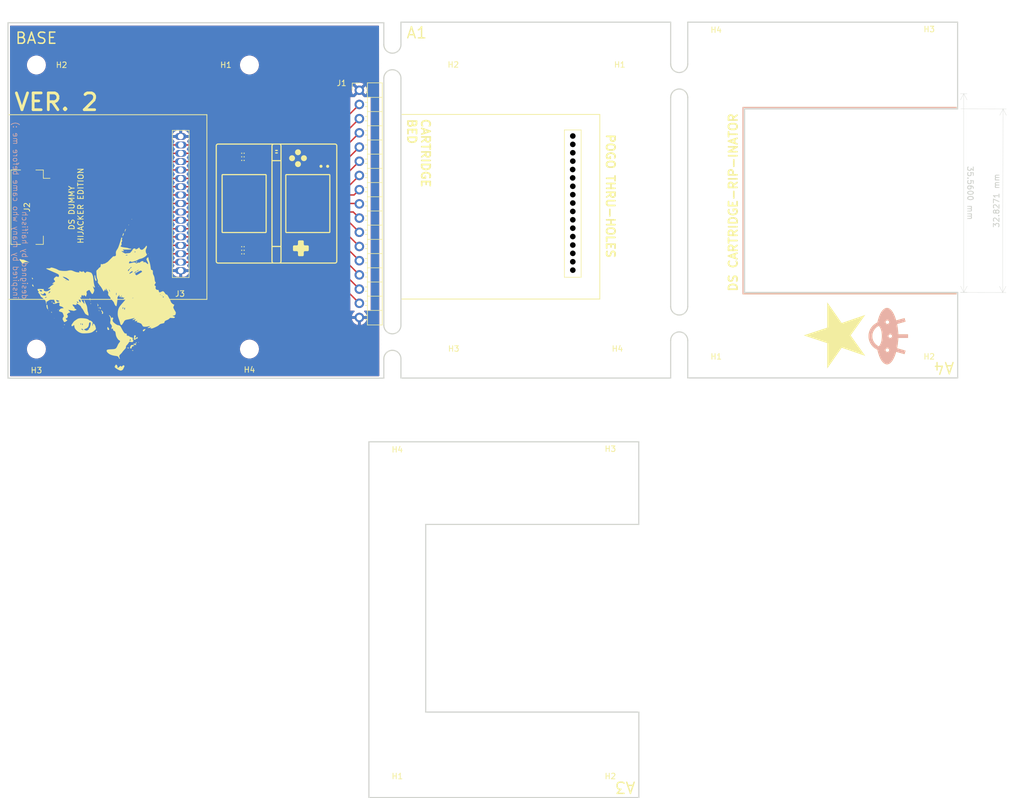
<source format=kicad_pcb>
(kicad_pcb (version 20211014) (generator pcbnew)
  (layers (0 "F.Cu" signal) (31 "B.Cu" signal) (34 "B.Paste" user) (35 "F.Paste" user) (36 "B.SilkS" user "B.Silkscreen") (37 "F.SilkS" user "F.Silkscreen") (38 "B.Mask" user) (39 "F.Mask" user) (44 "Edge.Cuts" user))
  (net 0 "")
  (net 1 "CLK")
  (net 2 "GND")
  (net 3 "NC")
  (net 4 "RCS")
  (net 5 "RST")
  (net 6 "ECS")
  (net 7 "IRQ")
  (net 8 "VCC")
  (net 9 "DAT0")
  (net 10 "DAT1")
  (net 11 "DAT2")
  (net 12 "DAT3")
  (net 13 "DAT4")
  (net 14 "DAT5")
  (net 15 "DAT6")
  (net 16 "DAT7")
  (footprint "Panelization:mouse-bite-3mm-slot" (layer "F.Cu") (at 217.932 73.914 90)
    (fp_text reference "mouse-bite-3mm-slot" hide)
    (fp_text value "VAL**" hide)
  )
  (footprint "MountingHole:MountingHole_2.7mm_M2.5" (layer "F.Cu") (at 205.613 100.203)
    (fp_text reference "H3")
    (fp_text value "MountingHole")
  )
  (footprint "MountingHole:MountingHole_2.7mm_M2.5" (layer "F.Cu") (at 262.636 25.1562)
    (fp_text reference "H3")
    (fp_text value "MountingHole")
  )
  (footprint "MountingHole:MountingHole_2.7mm_M2.5" (layer "F.Cu") (at 167.513 151.003)
    (fp_text reference "H1")
    (fp_text value "MountingHole")
  )
  (footprint "MountingHole:MountingHole_2.7mm_M2.5" (layer "F.Cu") (at 102.9716 27.6606 180)
    (fp_text reference "H2")
    (fp_text value "MountingHole")
  )
  (footprint "SIP-17" (layer "F.Cu") (at 198.898 52.373 -90)
    (fp_text reference "REF**" hide)
    (fp_text value "NO CONNECT HOLES")
  )
  (footprint "MountingHole:MountingHole_2.7mm_M2.5" (layer "F.Cu") (at 141.0716 78.4606 180)
    (fp_text reference "H4")
    (fp_text value "MountingHole")
  )
  (footprint "MountingHole:MountingHole_2.7mm_M2.5" (layer "F.Cu") (at 224.536 25.1562)
    (fp_text reference "H4")
    (fp_text value "MountingHole")
  )
  (footprint "Panelization:mouse-bite-3mm-slot" (layer "F.Cu") (at 217.932 30.48 90)
    (fp_text reference "mouse-bite-3mm-slot" hide)
    (fp_text value "VAL**" hide)
  )
  (footprint "MountingHole:MountingHole_2.7mm_M2.5" (layer "F.Cu") (at 173.244 78.408 180)
    (fp_text reference "H3")
    (fp_text value "MountingHole")
  )
  (footprint "MountingHole:MountingHole_2.7mm_M2.5" (layer "F.Cu") (at 224.536 75.9562)
    (fp_text reference "H1")
    (fp_text value "MountingHole")
  )
  (footprint "Symbol:pepper" (layer "F.Cu") (at 113.9444 68.7578)
    (fp_text reference "G***" hide)
    (fp_text value "LOGO" hide)
  )
  (footprint "Symbol:DS_ICON_FRONT" (layer "F.Cu") (at 145.91 52.44 90)
    (fp_text reference "REF**" hide)
    (fp_text value "DS_ICON_FRONT" hide)
  )
  (footprint "Panelization:mouse-bite-3mm-slot" (layer "F.Cu") (at 166.6494 27.0256 90)
    (fp_text reference "mouse-bite-3mm-slot" hide)
    (fp_text value "VAL**" hide)
  )
  (footprint "MountingHole:MountingHole_2.7mm_M2.5" (layer "F.Cu") (at 262.636 75.9562)
    (fp_text reference "H2")
    (fp_text value "MountingHole")
  )
  (footprint "MountingHole:MountingHole_2.7mm_M2.5" (layer "F.Cu") (at 211.344 78.408 180)
    (fp_text reference "H4")
    (fp_text value "MountingHole")
  )
  (footprint "MountingHole:MountingHole_2.7mm_M2.5" (layer "F.Cu") (at 173.244 27.608 180)
    (fp_text reference "H2")
    (fp_text value "MountingHole")
  )
  (footprint "MountingHole:MountingHole_2.7mm_M2.5" (layer "F.Cu") (at 141.0716 27.6606 180)
    (fp_text reference "H1")
    (fp_text value "MountingHole")
  )
  (footprint "Panelization:mouse-bite-3mm-slot" (layer "F.Cu") (at 166.6494 77.216 90)
    (fp_text reference "mouse-bite-3mm-slot" hide)
    (fp_text value "VAL**" hide)
  )
  (footprint "Connector_FFC-FPC:Hirose_FH12-20S-0.5SH_1x20-1MP_P0.50mm_Horizontal" (layer "F.Cu") (at 102.9056 53.086 -90)
    (fp_text reference "J2")
    (fp_text value "Conn_01x20")
  )
  (footprint "Connector_PinHeader_2.54mm:PinHeader_1x17_P2.54mm_Horizontal" (layer "F.Cu") (at 160.725 32.1768)
    (fp_text reference "J1")
    (fp_text value "Conn_01x17_MountingPin")
  )
  (footprint "MountingHole:MountingHole_2.7mm_M2.5" (layer "F.Cu") (at 205.613 151.003)
    (fp_text reference "H2")
    (fp_text value "MountingHole")
  )
  (footprint "MountingHole:MountingHole_2.7mm_M2.5" (layer "F.Cu") (at 167.513 100.203)
    (fp_text reference "H4")
    (fp_text value "MountingHole")
  )
  (footprint "TestPoint:SIP-17" (layer "F.Cu") (at 128.778 52.451 -90)
    (fp_text reference "J3")
    (fp_text value "DS_Cartridge_Header")
  )
  (footprint "MountingHole:MountingHole_2.7mm_M2.5" (layer "F.Cu") (at 211.344 27.608 180)
    (fp_text reference "H1")
    (fp_text value "MountingHole")
  )
  (footprint "MountingHole:MountingHole_2.7mm_M2.5" (layer "F.Cu") (at 102.9716 78.4606 180)
    (fp_text reference "H3")
    (fp_text value "MountingHole")
  )
  (gr_line (start 229.3366 68.58) (end 229.3366 35.2552) (layer "B.SilkS") (width 0.2))
  (gr_poly (pts (xy 251.788741 76.045245) (xy 251.794722 75.941885) (xy 251.804657 75.839222) (xy 251.818519 75.73734) (xy 251.836281 75.636323) (xy 251.857916 75.536255) (xy 251.883396 75.437222) (xy 251.912695 75.339308) (xy 251.945786 75.242596) (xy 251.982641 75.147173) (xy 252.023233 75.053121) (xy 252.067536 74.960526) (xy 252.115521 74.869472) (xy 252.167162 74.780043) (xy 252.222433 74.692325) (xy 252.281305 74.6064) (xy 252.334819 74.533972) (xy 252.390516 74.463562) (xy 252.448348 74.395207) (xy 252.508266 74.328941) (xy 252.570222 74.264802) (xy 252.634168 74.202825) (xy 252.700055 74.143047) (xy 252.767835 74.085504) (xy 252.83746 74.030232) (xy 252.908881 73.977266) (xy 252.98205 73.926644) (xy 253.056919 73.8784) (xy 253.13344 73.832572) (xy 253.211564 73.789196) (xy 253.291243 73.748307) (xy 253.372429 73.709941) (xy 253.415999 73.520643) (xy 253.444373 73.406892) (xy 253.477227 73.282648) (xy 253.514629 73.149594) (xy 253.556643 73.009411) (xy 253.603336 72.86378) (xy 253.654774 72.714385) (xy 253.713858 72.555663) (xy 253.77486 72.404961) (xy 253.837765 72.2623) (xy 253.902555 72.127701) (xy 253.969214 72.001188) (xy 254.037728 71.88278) (xy 254.10808 71.772499) (xy 254.180253 71.670368) (xy 254.254232 71.576407) (xy 254.330001 71.490638) (xy 254.368552 71.450832) (xy 254.407544 71.413082) (xy 254.446975 71.377392) (xy 254.486844 71.343762) (xy 254.527149 71.312197) (xy 254.567887 71.282699) (xy 254.609056 71.25527) (xy 254.650655 71.229913) (xy 254.692681 71.206632) (xy 254.735133 71.185428) (xy 254.778008 71.166304) (xy 254.821305 71.149264) (xy 254.85559 71.137513) (xy 254.892129 71.126845) (xy 254.930829 71.117576) (xy 254.971602 71.110018) (xy 255.014356 71.104488) (xy 255.059 71.101299) (xy 255.105445 71.100767) (xy 255.153598 71.103205) (xy 255.203371 71.108929) (xy 255.254671 71.118253) (xy 255.307409 71.131491) (xy 255.361494 71.148959) (xy 255.416835 71.17097) (xy 255.473342 71.19784) (xy 255.530924 71.229882) (xy 255.58949 71.267413) (xy 255.641543 71.305166) (xy 255.69245 71.346277) (xy 255.790825 71.437806) (xy 255.884611 71.540478) (xy 255.973804 71.652771) (xy 256.058402 71.773162) (xy 256.138401 71.90013) (xy 256.213799 72.032151) (xy 256.284592 72.167705) (xy 256.350776 72.305268) (xy 256.412349 72.443318) (xy 256.469308 72.580333) (xy 256.521649 72.714791) (xy 256.612466 72.969945) (xy 256.684775 73.196603) (xy 256.69572 73.233164) (xy 256.706493 73.269879) (xy 256.727671 73.343643) (xy 258.228167 72.92181) (xy 258.411395 73.555013) (xy 256.88611 73.983808) (xy 256.931702 74.210056) (xy 256.972509 74.438269) (xy 257.008455 74.667932) (xy 257.03946 74.898528) (xy 257.065446 75.129542) (xy 257.086336 75.360459) (xy 257.102052 75.590761) (xy 257.112514 75.819934) (xy 258.854859 75.819934) (xy 258.854859 76.47838) (xy 257.112514 76.47838) (xy 257.102058 76.707553) (xy 257.086347 76.937855) (xy 257.06546 77.168772) (xy 257.039474 77.399786) (xy 257.008469 77.630382) (xy 256.97252 77.860045) (xy 256.931708 78.088259) (xy 256.88611 78.314507) (xy 258.411395 78.743281) (xy 258.228167 79.376504) (xy 256.727671 78.954671) (xy 256.706503 79.028443) (xy 256.695738 79.065158) (xy 256.684795 79.101711) (xy 256.612492 79.328375) (xy 256.521676 79.583532) (xy 256.469334 79.71799) (xy 256.412374 79.855005) (xy 256.350799 79.993054) (xy 256.284612 80.130617) (xy 256.213818 80.266169) (xy 256.138419 80.398189) (xy 256.058418 80.525156) (xy 255.973819 80.645546) (xy 255.884625 80.757838) (xy 255.79084 80.860509) (xy 255.742227 80.907762) (xy 255.692467 80.952038) (xy 255.678243 80.963525) (xy 255.678243 76.469919) (xy 255.694986 76.469502) (xy 255.711509 76.468263) (xy 255.727791 76.466224) (xy 255.743813 76.463404) (xy 255.759554 76.459823) (xy 255.774994 76.455502) (xy 255.790111 76.45046) (xy 255.804886 76.444719) (xy 255.819298 76.438297) (xy 255.833327 76.431215) (xy 255.846952 76.423493) (xy 255.860153 76.415152) (xy 255.87291 76.406211) (xy 255.885201 76.396691) (xy 255.897007 76.386611) (xy 255.908306 76.375993) (xy 255.919079 76.364855) (xy 255.929306 76.353219) (xy 255.938965 76.341104) (xy 255.948036 76.328531) (xy 255.956499 76.315519) (xy 255.964334 76.302089) (xy 255.971519 76.28826) (xy 255.978035 76.274054) (xy 255.983861 76.25949) (xy 255.988976 76.244589) (xy 255.993361 76.22937) (xy 255.996994 76.213853) (xy 255.999855 76.198059) (xy 256.001924 76.182008) (xy 256.003181 76.165721) (xy 256.003604 76.149216) (xy 256.003181 76.132713) (xy 256.001924 76.116427) (xy 255.999855 76.100377) (xy 255.996994 76.084584) (xy 255.993361 76.069069) (xy 255.988976 76.05385) (xy 255.983861 76.038949) (xy 255.978035 76.024386) (xy 255.971519 76.01018) (xy 255.964334 75.996352) (xy 255.956499 75.982922) (xy 255.948036 75.96991) (xy 255.938965 75.957336) (xy 255.929306 75.945221) (xy 255.919079 75.933584) (xy 255.908306 75.922446) (xy 255.897007 75.911827) (xy 255.885201 75.901747) (xy 255.87291 75.892227) (xy 255.860153 75.883285) (xy 255.846952 75.874943) (xy 255.833327 75.867221) (xy 255.819298 75.860138) (xy 255.804886 75.853716) (xy 255.790111 75.847973) (xy 255.774994 75.842931) (xy 255.759554 75.83861) (xy 255.743813 75.835028) (xy 255.727791 75.832208) (xy 255.711509 75.830169) (xy 255.694986 75.82893) (xy 255.678243 75.828513) (xy 255.661501 75.82893) (xy 255.644978 75.830169) (xy 255.628695 75.832208) (xy 255.612673 75.835028) (xy 255.596933 75.83861) (xy 255.581493 75.842931) (xy 255.566376 75.847973) (xy 255.551601 75.853716) (xy 255.537189 75.860138) (xy 255.52316 75.867221) (xy 255.509535 75.874943) (xy 255.496334 75.883285) (xy 255.483577 75.892227) (xy 255.471286 75.901747) (xy 255.459481 75.911827) (xy 255.448181 75.922446) (xy 255.437408 75.933584) (xy 255.427181 75.945221) (xy 255.417522 75.957336) (xy 255.408451 75.96991) (xy 255.399988 75.982922) (xy 255.392153 75.996352) (xy 255.384968 76.01018) (xy 255.378452 76.024386) (xy 255.372627 76.038949) (xy 255.367511 76.05385) (xy 255.363127 76.069069) (xy 255.359494 76.084584) (xy 255.356632 76.100377) (xy 255.354563 76.116427) (xy 255.353307 76.132713) (xy 255.352883 76.149216) (xy 255.353307 76.165719) (xy 255.354563 76.182005) (xy 255.356632 76.198055) (xy 255.359494 76.213847) (xy 255.363127 76.229363) (xy 255.367511 76.244581) (xy 255.372627 76.259482) (xy 255.378452 76.274046) (xy 255.384968 76.288252) (xy 255.392153 76.30208) (xy 255.399988 76.31551) (xy 255.408451 76.328522) (xy 255.417522 76.341096) (xy 255.427181 76.353211) (xy 255.437408 76.364847) (xy 255.448181 76.375985) (xy 255.459481 76.386604) (xy 255.471286 76.396684) (xy 255.483577 76.406205) (xy 255.496334 76.415147) (xy 255.509535 76.423489) (xy 255.52316 76.431211) (xy 255.537189 76.438293) (xy 255.551601 76.444716) (xy 255.566376 76.450458) (xy 255.581493 76.4555) (xy 255.596933 76.459822) (xy 255.612673 76.463403) (xy 255.628695 76.466224) (xy 255.644978 76.468263) (xy 255.661501 76.469502) (xy 255.678243 76.469919) (xy 255.678243 80.963525) (xy 255.641561 80.993148) (xy 255.58951 81.030901) (xy 255.560107 81.050381) (xy 255.53094 81.068449) (xy 255.502019 81.085144) (xy 255.473355 81.100506) (xy 255.44496 81.114574) (xy 255.416846 81.127388) (xy 255.389023 81.138987) (xy 255.361503 81.14941) (xy 255.334296 81.158696) (xy 255.307416 81.166886) (xy 255.254676 81.180131) (xy 255.203374 81.189461) (xy 255.15765 81.194724) (xy 255.15765 78.971533) (xy 255.174393 78.971115) (xy 255.190915 78.969877) (xy 255.207198 78.967837) (xy 255.22322 78.965017) (xy 255.238961 78.961436) (xy 255.2544 78.957114) (xy 255.269518 78.952072) (xy 255.284293 78.946329) (xy 255.298705 78.939907) (xy 255.312734 78.932824) (xy 255.326359 78.925102) (xy 255.33956 78.91676) (xy 255.352316 78.907819) (xy 255.364608 78.898298) (xy 255.376413 78.888218) (xy 255.387713 78.877599) (xy 255.398486 78.866461) (xy 255.408713 78.854824) (xy 255.418372 78.842709) (xy 255.427443 78.830135) (xy 255.435906 78.817123) (xy 255.443741 78.803693) (xy 255.450926 78.789865) (xy 255.457442 78.775659) (xy 255.463267 78.761096) (xy 255.468383 78.746195) (xy 255.472767 78.730976) (xy 255.4764 78.715461) (xy 255.479262 78.699668) (xy 255.481331 78.683618) (xy 255.482587 78.667332) (xy 255.483011 78.650829) (xy 255.482587 78.634324) (xy 255.481331 78.618036) (xy 255.479262 78.601985) (xy 255.4764 78.586191) (xy 255.472767 78.570674) (xy 255.468383 78.555455) (xy 255.463267 78.540552) (xy 255.457442 78.525988) (xy 255.450926 78.511781) (xy 255.443741 78.497952) (xy 255.435906 78.484522) (xy 255.427443 78.471509) (xy 255.418372 78.458935) (xy 255.408713 78.44682) (xy 255.398486 78.435183) (xy 255.387713 78.424045) (xy 255.376413 78.413426) (xy 255.364608 78.403346) (xy 255.352316 78.393825) (xy 255.33956 78.384884) (xy 255.326359 78.376543) (xy 255.312734 78.368821) (xy 255.298705 78.361739) (xy 255.284293 78.355318) (xy 255.269518 78.349576) (xy 255.2544 78.344535) (xy 255.238961 78.340215) (xy 255.22322 78.336635) (xy 255.207198 78.333816) (xy 255.190915 78.331778) (xy 255.174393 78.330541) (xy 255.157651 78.330126) (xy 255.157651 73.968326) (xy 255.174393 73.967909) (xy 255.190916 73.96667) (xy 255.207199 73.964631) (xy 255.223221 73.96181) (xy 255.238961 73.958229) (xy 255.254401 73.953907) (xy 255.269518 73.948865) (xy 255.284293 73.943123) (xy 255.298705 73.9367) (xy 255.312734 73.929618) (xy 255.326359 73.921896) (xy 255.33956 73.913554) (xy 255.352317 73.904612) (xy 255.364608 73.895091) (xy 255.376413 73.885012) (xy 255.387713 73.874392) (xy 255.398486 73.863255) (xy 255.408713 73.851618) (xy 255.418372 73.839503) (xy 255.427443 73.826929) (xy 255.435906 73.813917) (xy 255.443741 73.800487) (xy 255.450926 73.786659) (xy 255.457442 73.772453) (xy 255.463267 73.75789) (xy 255.468383 73.742988) (xy 255.472767 73.72777) (xy 255.4764 73.712254) (xy 255.479262 73.696462) (xy 255.481331 73.680412) (xy 255.482587 73.664126) (xy 255.483011 73.647623) (xy 255.482587 73.63112) (xy 255.481331 73.614834) (xy 255.479262 73.598784) (xy 255.4764 73.582992) (xy 255.472767 73.567476) (xy 255.468383 73.552258) (xy 255.463267 73.537357) (xy 255.457442 73.522793) (xy 255.450926 73.508587) (xy 255.443741 73.494759) (xy 255.435906 73.481329) (xy 255.427443 73.468317) (xy 255.418372 73.455743) (xy 255.408713 73.443628) (xy 255.398486 73.431991) (xy 255.387713 73.420854) (xy 255.376413 73.410234) (xy 255.364608 73.400154) (xy 255.352317 73.390634) (xy 255.33956 73.381692) (xy 255.326359 73.37335) (xy 255.312734 73.365628) (xy 255.298705 73.358545) (xy 255.284293 73.352123) (xy 255.269518 73.346381) (xy 255.254401 73.341338) (xy 255.238961 73.337017) (xy 255.223221 73.333435) (xy 255.207199 73.330615) (xy 255.190916 73.328576) (xy 255.174393 73.327337) (xy 255.157651 73.32692) (xy 255.140906 73.327337) (xy 255.124382 73.328575) (xy 255.108098 73.330615) (xy 255.092074 73.333435) (xy 255.076332 73.337015) (xy 255.060891 73.341337) (xy 255.045772 73.346378) (xy 255.030996 73.35212) (xy 255.016583 73.358542) (xy 255.002553 73.365624) (xy 254.988927 73.373346) (xy 254.975726 73.381687) (xy 254.962969 73.390628) (xy 254.950677 73.400148) (xy 254.938871 73.410228) (xy 254.92757 73.420846) (xy 254.916797 73.431984) (xy 254.90657 73.44362) (xy 254.896911 73.455735) (xy 254.887839 73.468308) (xy 254.879376 73.48132) (xy 254.871541 73.49475) (xy 254.864355 73.508578) (xy 254.85784 73.522785) (xy 254.852014 73.537349) (xy 254.846898 73.55225) (xy 254.842514 73.567469) (xy 254.83888 73.582986) (xy 254.836019 73.59878) (xy 254.83395 73.61483) (xy 254.832693 73.631118) (xy 254.83227 73.647623) (xy 254.832693 73.664126) (xy 254.83395 73.680412) (xy 254.83602 73.696462) (xy 254.838881 73.712254) (xy 254.842515 73.72777) (xy 254.8469 73.742988) (xy 254.852016 73.75789) (xy 254.857842 73.772453) (xy 254.864359 73.786659) (xy 254.871545 73.800487) (xy 254.87938 73.813917) (xy 254.887844 73.826929) (xy 254.896916 73.839503) (xy 254.906576 73.851618) (xy 254.916804 73.863255) (xy 254.927578 73.874392) (xy 254.938878 73.885012) (xy 254.950685 73.895091) (xy 254.962977 73.904612) (xy 254.975734 73.913554) (xy 254.988936 73.921896) (xy 255.002562 73.929618) (xy 255.016592 73.9367) (xy 255.031005 73.943123) (xy 255.04578 73.948865) (xy 255.060898 73.953907) (xy 255.076338 73.958229) (xy 255.09208 73.96181) (xy 255.108102 73.964631) (xy 255.124385 73.96667) (xy 255.140908 73.967909) (xy 255.157651 73.968326) (xy 255.157651 78.330126) (xy 255.15765 78.330126) (xy 255.140906 78.330543) (xy 255.124381 78.331782) (xy 255.108097 78.333821) (xy 255.092073 78.336642) (xy 255.076331 78.340223) (xy 255.06089 78.344544) (xy 255.045772 78.349587) (xy 255.030996 78.355329) (xy 255.016582 78.361751) (xy 255.002553 78.368834) (xy 254.988927 78.376556) (xy 254.975725 78.384898) (xy 254.962968 78.39384) (xy 254.950676 78.40336) (xy 254.93887 78.41344) (xy 254.92757 78.42406) (xy 254.916796 78.435197) (xy 254.906569 78.446834) (xy 254.89691 78.458949) (xy 254.887838 78.471523) (xy 254.879375 78.484535) (xy 254.87154 78.497965) (xy 254.864355 78.511793) (xy 254.857839 78.525999) (xy 254.852013 78.540563) (xy 254.846897 78.555464) (xy 254.842513 78.570682) (xy 254.83888 78.586198) (xy 254.836018 78.60199) (xy 254.833949 78.61804) (xy 254.832693 78.634326) (xy 254.832269 78.650829) (xy 254.832693 78.667332) (xy 254.833949 78.683618) (xy 254.836018 78.699668) (xy 254.838879 78.715461) (xy 254.842512 78.730976) (xy 254.846896 78.746195) (xy 254.852011 78.761096) (xy 254.857836 78.775659) (xy 254.864351 78.789865) (xy 254.871536 78.803693) (xy 254.87937 78.817123) (xy 254.887833 78.830135) (xy 254.896904 78.842709) (xy 254.906563 78.854824) (xy 254.916789 78.866461) (xy 254.927562 78.877599) (xy 254.938862 78.888218) (xy 254.950668 78.898298) (xy 254.962959 78.907819) (xy 254.975716 78.91676) (xy 254.988918 78.925102) (xy 255.002544 78.932824) (xy 255.016574 78.939907) (xy 255.030987 78.946329) (xy 255.045764 78.952072) (xy 255.060883 78.957114) (xy 255.076324 78.961436) (xy 255.092068 78.965017) (xy 255.108092 78.967837) (xy 255.124378 78.969877) (xy 255.140904 78.971115) (xy 255.15765 78.971533) (xy 255.15765 81.194724) (xy 255.153601 81.19519) (xy 255.105446 81.197633) (xy 255.059001 81.197104) (xy 255.014356 81.193919) (xy 254.971602 81.188393) (xy 254.93083 81.180839) (xy 254.892129 81.171574) (xy 254.85559 81.160913) (xy 254.821305 81.149168) (xy 254.735137 81.113005) (xy 254.650662 81.06852) (xy 254.567896 81.015736) (xy 254.486856 80.954673) (xy 254.407557 80.885354) (xy 254.330015 80.8078) (xy 254.254247 80.722032) (xy 254.180268 80.628072) (xy 254.108094 80.525941) (xy 254.037742 80.415661) (xy 253.969227 80.297254) (xy 253.902566 80.170739) (xy 253.837774 80.03614) (xy 253.774867 79.893478) (xy 253.713862 79.742773) (xy 253.654774 79.584048) (xy 253.621422 79.487185) (xy 253.621422 77.976429) (xy 253.644497 77.954091) (xy 253.669068 77.928623) (xy 253.694935 77.899885) (xy 253.721899 77.867741) (xy 253.749759 77.832053) (xy 253.778316 77.792683) (xy 253.792793 77.771574) (xy 253.80737 77.749493) (xy 253.822021 77.726423) (xy 253.836721 77.702346) (xy 253.895767 77.594776) (xy 253.955087 77.465163) (xy 253.984065 77.39167) (xy 254.01217 77.312162) (xy 254.039088 77.226471) (xy 254.064506 77.134427) (xy 254.088108 77.035863) (xy 254.109582 76.930611) (xy 254.128613 76.818502) (xy 254.144888 76.699368) (xy 254.158093 76.57304) (xy 254.167914 76.439351) (xy 254.174036 76.298133) (xy 254.176147 76.149216) (xy 254.175076 76.042559) (xy 254.171932 75.939725) (xy 254.166817 75.840651) (xy 254.159833 75.745274) (xy 254.151083 75.653531) (xy 254.140669 75.565361) (xy 254.128694 75.480701) (xy 254.11526 75.399488) (xy 254.10047 75.321659) (xy 254.084425 75.247153) (xy 254.067229 75.175906) (xy 254.048983 75.107857) (xy 254.029791 75.042942) (xy 254.009754 74.981099) (xy 253.988975 74.922266) (xy 253.967557 74.86638) (xy 253.945601 74.813378) (xy 253.923211 74.763199) (xy 253.900488 74.71578) (xy 253.877535 74.671057) (xy 253.831349 74.589453) (xy 253.785472 74.517887) (xy 253.740724 74.455859) (xy 253.697923 74.402869) (xy 253.657889 74.358417) (xy 253.621441 74.322003) (xy 253.492254 74.389018) (xy 253.369065 74.464471) (xy 253.252197 74.547901) (xy 253.141971 74.638849) (xy 253.038711 74.736855) (xy 252.942739 74.841459) (xy 252.854377 74.952201) (xy 252.773947 75.068622) (xy 252.701773 75.190261) (xy 252.638176 75.316658) (xy 252.583478 75.447354) (xy 252.538002 75.581889) (xy 252.502071 75.719802) (xy 252.476007 75.860634) (xy 252.460132 76.003926) (xy 252.454769 76.149216) (xy 252.456117 76.222082) (xy 252.460132 76.294506) (xy 252.466776 76.36643) (xy 252.476006 76.437797) (xy 252.487785 76.50855) (xy 252.50207 76.57863) (xy 252.518821 76.64798) (xy 252.537999 76.716543) (xy 252.559563 76.784262) (xy 252.583473 76.851078) (xy 252.609689 76.916934) (xy 252.638169 76.981774) (xy 252.668875 77.045539) (xy 252.701765 77.108171) (xy 252.736799 77.169614) (xy 252.773937 77.22981) (xy 252.81314 77.288702) (xy 252.854365 77.346231) (xy 252.897574 77.40234) (xy 252.942725 77.456973) (xy 252.98978 77.510071) (xy 253.038696 77.561577) (xy 253.089434 77.611434) (xy 253.141955 77.659583) (xy 253.196216 77.705968) (xy 253.252179 77.750531) (xy 253.309802 77.793215) (xy 253.369046 77.833962) (xy 253.42987 77.872714) (xy 253.492235 77.909414) (xy 253.556098 77.944005) (xy 253.621422 77.976429) (xy 253.621422 79.487185) (xy 253.603336 79.434659) (xy 253.556643 79.289033) (xy 253.51463 79.148853) (xy 253.47723 79.015801) (xy 253.444378 78.891559) (xy 253.416008 78.777809) (xy 253.372449 78.588511) (xy 253.291256 78.550145) (xy 253.211572 78.509256) (xy 253.133443 78.46588) (xy 253.056919 78.420052) (xy 252.982048 78.371808) (xy 252.908877 78.321186) (xy 252.837455 78.268221) (xy 252.76783 78.212948) (xy 252.70005 78.155405) (xy 252.634163 78.095627) (xy 252.570219 78.03365) (xy 252.508264 77.969511) (xy 252.448346 77.903245) (xy 252.390515 77.83489) (xy 252.334819 77.76448) (xy 252.281305 77.692051) (xy 252.222429 77.60613) (xy 252.167157 77.518414) (xy 252.115514 77.428987) (xy 252.067527 77.337934) (xy 252.023224 77.245339) (xy 251.982632 77.151287) (xy 251.945778 77.055862) (xy 251.912688 76.959149) (xy 251.88339 76.861232) (xy 251.857911 76.762197) (xy 251.836277 76.662126) (xy 251.818516 76.561106) (xy 251.804655 76.459221) (xy 251.794721 76.356554) (xy 251.788741 76.253191) (xy 251.786741 76.149216)) (layer "B.SilkS") (width 0) (fill solid))
  (gr_line (start 229.3366 35.2552) (end 267.462 35.2552) (layer "B.SilkS") (width 0.2))
  (gr_line (start 267.462 68.58) (end 229.3366 68.58) (layer "B.SilkS") (width 0.2))
  (gr_line (start 133.4516 69.5706) (end 133.4516 36.5506) (layer "F.SilkS") (width 0.15))
  (gr_line (start 133.4516 36.5506) (end 98.044 36.5506) (layer "F.SilkS") (width 0.15))
  (gr_poly (pts (xy 244.3988 74.6252) (xy 244.3988 70.090242) (xy 246.989071 73.802346) (xy 251.198591 72.355075) (xy 248.589799 76.016908) (xy 251.198591 79.678741) (xy 246.989071 78.234117) (xy 244.3988 81.943574) (xy 244.3988 77.408616) (xy 240.189279 76.016908)) (layer "F.SilkS") (width 0) (fill solid))
  (gr_line (start 98.044 69.5706) (end 133.4516 69.5706) (layer "F.SilkS") (width 0.15))
  (gr_poly (pts (xy 251.788741 76.045245) (xy 251.794722 75.941885) (xy 251.804657 75.839222) (xy 251.818519 75.73734) (xy 251.836281 75.636323) (xy 251.857916 75.536255) (xy 251.883396 75.437222) (xy 251.912695 75.339308) (xy 251.945786 75.242596) (xy 251.982641 75.147173) (xy 252.023233 75.053121) (xy 252.067536 74.960526) (xy 252.115521 74.869472) (xy 252.167162 74.780043) (xy 252.222433 74.692325) (xy 252.281305 74.6064) (xy 252.334819 74.533972) (xy 252.390516 74.463562) (xy 252.448348 74.395207) (xy 252.508266 74.328941) (xy 252.570222 74.264802) (xy 252.634168 74.202825) (xy 252.700055 74.143047) (xy 252.767835 74.085504) (xy 252.83746 74.030232) (xy 252.908881 73.977266) (xy 252.98205 73.926644) (xy 253.056919 73.8784) (xy 253.13344 73.832572) (xy 253.211564 73.789196) (xy 253.291243 73.748307) (xy 253.372429 73.709941) (xy 253.415999 73.520643) (xy 253.444373 73.406892) (xy 253.477227 73.282648) (xy 253.514629 73.149594) (xy 253.556643 73.009411) (xy 253.603336 72.86378) (xy 253.654774 72.714385) (xy 253.713858 72.555663) (xy 253.77486 72.404961) (xy 253.837765 72.2623) (xy 253.902555 72.127701) (xy 253.969214 72.001188) (xy 254.037728 71.88278) (xy 254.10808 71.772499) (xy 254.180253 71.670368) (xy 254.254232 71.576407) (xy 254.330001 71.490638) (xy 254.368552 71.450832) (xy 254.407544 71.413082) (xy 254.446975 71.377392) (xy 254.486844 71.343762) (xy 254.527149 71.312197) (xy 254.567887 71.282699) (xy 254.609056 71.25527) (xy 254.650655 71.229913) (xy 254.692681 71.206632) (xy 254.735133 71.185428) (xy 254.778008 71.166304) (xy 254.821305 71.149264) (xy 254.85559 71.137513) (xy 254.892129 71.126845) (xy 254.930829 71.117576) (xy 254.971602 71.110018) (xy 255.014356 71.104488) (xy 255.059 71.101299) (xy 255.105445 71.100767) (xy 255.153598 71.103205) (xy 255.203371 71.108929) (xy 255.254671 71.118253) (xy 255.307409 71.131491) (xy 255.361494 71.148959) (xy 255.416835 71.17097) (xy 255.473342 71.19784) (xy 255.530924 71.229882) (xy 255.58949 71.267413) (xy 255.641543 71.305166) (xy 255.69245 71.346277) (xy 255.790825 71.437806) (xy 255.884611 71.540478) (xy 255.973804 71.652771) (xy 256.058402 71.773162) (xy 256.138401 71.90013) (xy 256.213799 72.032151) (xy 256.284592 72.167705) (xy 256.350776 72.305268) (xy 256.412349 72.443318) (xy 256.469308 72.580333) (xy 256.521649 72.714791) (xy 256.612466 72.969945) (xy 256.684775 73.196603) (xy 256.69572 73.233164) (xy 256.706493 73.269879) (xy 256.727671 73.343643) (xy 258.228167 72.92181) (xy 258.411395 73.555013) (xy 256.88611 73.983808) (xy 256.931702 74.210056) (xy 256.972509 74.438269) (xy 257.008455 74.667932) (xy 257.03946 74.898528) (xy 257.065446 75.129542) (xy 257.086336 75.360459) (xy 257.102052 75.590761) (xy 257.112514 75.819934) (xy 258.854859 75.819934) (xy 258.854859 76.47838) (xy 257.112514 76.47838) (xy 257.102058 76.707553) (xy 257.086347 76.937855) (xy 257.06546 77.168772) (xy 257.039474 77.399786) (xy 257.008469 77.630382) (xy 256.97252 77.860045) (xy 256.931708 78.088259) (xy 256.88611 78.314507) (xy 258.411395 78.743281) (xy 258.228167 79.376504) (xy 256.727671 78.954671) (xy 256.706503 79.028443) (xy 256.695738 79.065158) (xy 256.684795 79.101711) (xy 256.612492 79.328375) (xy 256.521676 79.583532) (xy 256.469334 79.71799) (xy 256.412374 79.855005) (xy 256.350799 79.993054) (xy 256.284612 80.130617) (xy 256.213818 80.266169) (xy 256.138419 80.398189) (xy 256.058418 80.525156) (xy 255.973819 80.645546) (xy 255.884625 80.757838) (xy 255.79084 80.860509) (xy 255.742227 80.907762) (xy 255.692467 80.952038) (xy 255.678243 80.963525) (xy 255.678243 76.469919) (xy 255.694986 76.469502) (xy 255.711509 76.468263) (xy 255.727791 76.466224) (xy 255.743813 76.463404) (xy 255.759554 76.459823) (xy 255.774994 76.455502) (xy 255.790111 76.45046) (xy 255.804886 76.444719) (xy 255.819298 76.438297) (xy 255.833327 76.431215) (xy 255.846952 76.423493) (xy 255.860153 76.415152) (xy 255.87291 76.406211) (xy 255.885201 76.396691) (xy 255.897007 76.386611) (xy 255.908306 76.375993) (xy 255.919079 76.364855) (xy 255.929306 76.353219) (xy 255.938965 76.341104) (xy 255.948036 76.328531) (xy 255.956499 76.315519) (xy 255.964334 76.302089) (xy 255.971519 76.28826) (xy 255.978035 76.274054) (xy 255.983861 76.25949) (xy 255.988976 76.244589) (xy 255.993361 76.22937) (xy 255.996994 76.213853) (xy 255.999855 76.198059) (xy 256.001924 76.182008) (xy 256.003181 76.165721) (xy 256.003604 76.149216) (xy 256.003181 76.132713) (xy 256.001924 76.116427) (xy 255.999855 76.100377) (xy 255.996994 76.084584) (xy 255.993361 76.069069) (xy 255.988976 76.05385) (xy 255.983861 76.038949) (xy 255.978035 76.024386) (xy 255.971519 76.01018) (xy 255.964334 75.996352) (xy 255.956499 75.982922) (xy 255.948036 75.96991) (xy 255.938965 75.957336) (xy 255.929306 75.945221) (xy 255.919079 75.933584) (xy 255.908306 75.922446) (xy 255.897007 75.911827) (xy 255.885201 75.901747) (xy 255.87291 75.892227) (xy 255.860153 75.883285) (xy 255.846952 75.874943) (xy 255.833327 75.867221) (xy 255.819298 75.860138) (xy 255.804886 75.853716) (xy 255.790111 75.847973) (xy 255.774994 75.842931) (xy 255.759554 75.83861) (xy 255.743813 75.835028) (xy 255.727791 75.832208) (xy 255.711509 75.830169) (xy 255.694986 75.82893) (xy 255.678243 75.828513) (xy 255.661501 75.82893) (xy 255.644978 75.830169) (xy 255.628695 75.832208) (xy 255.612673 75.835028) (xy 255.596933 75.83861) (xy 255.581493 75.842931) (xy 255.566376 75.847973) (xy 255.551601 75.853716) (xy 255.537189 75.860138) (xy 255.52316 75.867221) (xy 255.509535 75.874943) (xy 255.496334 75.883285) (xy 255.483577 75.892227) (xy 255.471286 75.901747) (xy 255.459481 75.911827) (xy 255.448181 75.922446) (xy 255.437408 75.933584) (xy 255.427181 75.945221) (xy 255.417522 75.957336) (xy 255.408451 75.96991) (xy 255.399988 75.982922) (xy 255.392153 75.996352) (xy 255.384968 76.01018) (xy 255.378452 76.024386) (xy 255.372627 76.038949) (xy 255.367511 76.05385) (xy 255.363127 76.069069) (xy 255.359494 76.084584) (xy 255.356632 76.100377) (xy 255.354563 76.116427) (xy 255.353307 76.132713) (xy 255.352883 76.149216) (xy 255.353307 76.165719) (xy 255.354563 76.182005) (xy 255.356632 76.198055) (xy 255.359494 76.213847) (xy 255.363127 76.229363) (xy 255.367511 76.244581) (xy 255.372627 76.259482) (xy 255.378452 76.274046) (xy 255.384968 76.288252) (xy 255.392153 76.30208) (xy 255.399988 76.31551) (xy 255.408451 76.328522) (xy 255.417522 76.341096) (xy 255.427181 76.353211) (xy 255.437408 76.364847) (xy 255.448181 76.375985) (xy 255.459481 76.386604) (xy 255.471286 76.396684) (xy 255.483577 76.406205) (xy 255.496334 76.415147) (xy 255.509535 76.423489) (xy 255.52316 76.431211) (xy 255.537189 76.438293) (xy 255.551601 76.444716) (xy 255.566376 76.450458) (xy 255.581493 76.4555) (xy 255.596933 76.459822) (xy 255.612673 76.463403) (xy 255.628695 76.466224) (xy 255.644978 76.468263) (xy 255.661501 76.469502) (xy 255.678243 76.469919) (xy 255.678243 80.963525) (xy 255.641561 80.993148) (xy 255.58951 81.030901) (xy 255.560107 81.050381) (xy 255.53094 81.068449) (xy 255.502019 81.085144) (xy 255.473355 81.100506) (xy 255.44496 81.114574) (xy 255.416846 81.127388) (xy 255.389023 81.138987) (xy 255.361503 81.14941) (xy 255.334296 81.158696) (xy 255.307416 81.166886) (xy 255.254676 81.180131) (xy 255.203374 81.189461) (xy 255.15765 81.194724) (xy 255.15765 78.971533) (xy 255.174393 78.971115) (xy 255.190915 78.969877) (xy 255.207198 78.967837) (xy 255.22322 78.965017) (xy 255.238961 78.961436) (xy 255.2544 78.957114) (xy 255.269518 78.952072) (xy 255.284293 78.946329) (xy 255.298705 78.939907) (xy 255.312734 78.932824) (xy 255.326359 78.925102) (xy 255.33956 78.91676) (xy 255.352316 78.907819) (xy 255.364608 78.898298) (xy 255.376413 78.888218) (xy 255.387713 78.877599) (xy 255.398486 78.866461) (xy 255.408713 78.854824) (xy 255.418372 78.842709) (xy 255.427443 78.830135) (xy 255.435906 78.817123) (xy 255.443741 78.803693) (xy 255.450926 78.789865) (xy 255.457442 78.775659) (xy 255.463267 78.761096) (xy 255.468383 78.746195) (xy 255.472767 78.730976) (xy 255.4764 78.715461) (xy 255.479262 78.699668) (xy 255.481331 78.683618) (xy 255.482587 78.667332) (xy 255.483011 78.650829) (xy 255.482587 78.634324) (xy 255.481331 78.618036) (xy 255.479262 78.601985) (xy 255.4764 78.586191) (xy 255.472767 78.570674) (xy 255.468383 78.555455) (xy 255.463267 78.540552) (xy 255.457442 78.525988) (xy 255.450926 78.511781) (xy 255.443741 78.497952) (xy 255.435906 78.484522) (xy 255.427443 78.471509) (xy 255.418372 78.458935) (xy 255.408713 78.44682) (xy 255.398486 78.435183) (xy 255.387713 78.424045) (xy 255.376413 78.413426) (xy 255.364608 78.403346) (xy 255.352316 78.393825) (xy 255.33956 78.384884) (xy 255.326359 78.376543) (xy 255.312734 78.368821) (xy 255.298705 78.361739) (xy 255.284293 78.355318) (xy 255.269518 78.349576) (xy 255.2544 78.344535) (xy 255.238961 78.340215) (xy 255.22322 78.336635) (xy 255.207198 78.333816) (xy 255.190915 78.331778) (xy 255.174393 78.330541) (xy 255.157651 78.330126) (xy 255.157651 73.968326) (xy 255.174393 73.967909) (xy 255.190916 73.96667) (xy 255.207199 73.964631) (xy 255.223221 73.96181) (xy 255.238961 73.958229) (xy 255.254401 73.953907) (xy 255.269518 73.948865) (xy 255.284293 73.943123) (xy 255.298705 73.9367) (xy 255.312734 73.929618) (xy 255.326359 73.921896) (xy 255.33956 73.913554) (xy 255.352317 73.904612) (xy 255.364608 73.895091) (xy 255.376413 73.885012) (xy 255.387713 73.874392) (xy 255.398486 73.863255) (xy 255.408713 73.851618) (xy 255.418372 73.839503) (xy 255.427443 73.826929) (xy 255.435906 73.813917) (xy 255.443741 73.800487) (xy 255.450926 73.786659) (xy 255.457442 73.772453) (xy 255.463267 73.75789) (xy 255.468383 73.742988) (xy 255.472767 73.72777) (xy 255.4764 73.712254) (xy 255.479262 73.696462) (xy 255.481331 73.680412) (xy 255.482587 73.664126) (xy 255.483011 73.647623) (xy 255.482587 73.63112) (xy 255.481331 73.614834) (xy 255.479262 73.598784) (xy 255.4764 73.582992) (xy 255.472767 73.567476) (xy 255.468383 73.552258) (xy 255.463267 73.537357) (xy 255.457442 73.522793) (xy 255.450926 73.508587) (xy 255.443741 73.494759) (xy 255.435906 73.481329) (xy 255.427443 73.468317) (xy 255.418372 73.455743) (xy 255.408713 73.443628) (xy 255.398486 73.431991) (xy 255.387713 73.420854) (xy 255.376413 73.410234) (xy 255.364608 73.400154) (xy 255.352317 73.390634) (xy 255.33956 73.381692) (xy 255.326359 73.37335) (xy 255.312734 73.365628) (xy 255.298705 73.358545) (xy 255.284293 73.352123) (xy 255.269518 73.346381) (xy 255.254401 73.341338) (xy 255.238961 73.337017) (xy 255.223221 73.333435) (xy 255.207199 73.330615) (xy 255.190916 73.328576) (xy 255.174393 73.327337) (xy 255.157651 73.32692) (xy 255.140906 73.327337) (xy 255.124382 73.328575) (xy 255.108098 73.330615) (xy 255.092074 73.333435) (xy 255.076332 73.337015) (xy 255.060891 73.341337) (xy 255.045772 73.346378) (xy 255.030996 73.35212) (xy 255.016583 73.358542) (xy 255.002553 73.365624) (xy 254.988927 73.373346) (xy 254.975726 73.381687) (xy 254.962969 73.390628) (xy 254.950677 73.400148) (xy 254.938871 73.410228) (xy 254.92757 73.420846) (xy 254.916797 73.431984) (xy 254.90657 73.44362) (xy 254.896911 73.455735) (xy 254.887839 73.468308) (xy 254.879376 73.48132) (xy 254.871541 73.49475) (xy 254.864355 73.508578) (xy 254.85784 73.522785) (xy 254.852014 73.537349) (xy 254.846898 73.55225) (xy 254.842514 73.567469) (xy 254.83888 73.582986) (xy 254.836019 73.59878) (xy 254.83395 73.61483) (xy 254.832693 73.631118) (xy 254.83227 73.647623) (xy 254.832693 73.664126) (xy 254.83395 73.680412) (xy 254.83602 73.696462) (xy 254.838881 73.712254) (xy 254.842515 73.72777) (xy 254.8469 73.742988) (xy 254.852016 73.75789) (xy 254.857842 73.772453) (xy 254.864359 73.786659) (xy 254.871545 73.800487) (xy 254.87938 73.813917) (xy 254.887844 73.826929) (xy 254.896916 73.839503) (xy 254.906576 73.851618) (xy 254.916804 73.863255) (xy 254.927578 73.874392) (xy 254.938878 73.885012) (xy 254.950685 73.895091) (xy 254.962977 73.904612) (xy 254.975734 73.913554) (xy 254.988936 73.921896) (xy 255.002562 73.929618) (xy 255.016592 73.9367) (xy 255.031005 73.943123) (xy 255.04578 73.948865) (xy 255.060898 73.953907) (xy 255.076338 73.958229) (xy 255.09208 73.96181) (xy 255.108102 73.964631) (xy 255.124385 73.96667) (xy 255.140908 73.967909) (xy 255.157651 73.968326) (xy 255.157651 78.330126) (xy 255.15765 78.330126) (xy 255.140906 78.330543) (xy 255.124381 78.331782) (xy 255.108097 78.333821) (xy 255.092073 78.336642) (xy 255.076331 78.340223) (xy 255.06089 78.344544) (xy 255.045772 78.349587) (xy 255.030996 78.355329) (xy 255.016582 78.361751) (xy 255.002553 78.368834) (xy 254.988927 78.376556) (xy 254.975725 78.384898) (xy 254.962968 78.39384) (xy 254.950676 78.40336) (xy 254.93887 78.41344) (xy 254.92757 78.42406) (xy 254.916796 78.435197) (xy 254.906569 78.446834) (xy 254.89691 78.458949) (xy 254.887838 78.471523) (xy 254.879375 78.484535) (xy 254.87154 78.497965) (xy 254.864355 78.511793) (xy 254.857839 78.525999) (xy 254.852013 78.540563) (xy 254.846897 78.555464) (xy 254.842513 78.570682) (xy 254.83888 78.586198) (xy 254.836018 78.60199) (xy 254.833949 78.61804) (xy 254.832693 78.634326) (xy 254.832269 78.650829) (xy 254.832693 78.667332) (xy 254.833949 78.683618) (xy 254.836018 78.699668) (xy 254.838879 78.715461) (xy 254.842512 78.730976) (xy 254.846896 78.746195) (xy 254.852011 78.761096) (xy 254.857836 78.775659) (xy 254.864351 78.789865) (xy 254.871536 78.803693) (xy 254.87937 78.817123) (xy 254.887833 78.830135) (xy 254.896904 78.842709) (xy 254.906563 78.854824) (xy 254.916789 78.866461) (xy 254.927562 78.877599) (xy 254.938862 78.888218) (xy 254.950668 78.898298) (xy 254.962959 78.907819) (xy 254.975716 78.91676) (xy 254.988918 78.925102) (xy 255.002544 78.932824) (xy 255.016574 78.939907) (xy 255.030987 78.946329) (xy 255.045764 78.952072) (xy 255.060883 78.957114) (xy 255.076324 78.961436) (xy 255.092068 78.965017) (xy 255.108092 78.967837) (xy 255.124378 78.969877) (xy 255.140904 78.971115) (xy 255.15765 78.971533) (xy 255.15765 81.194724) (xy 255.153601 81.19519) (xy 255.105446 81.197633) (xy 255.059001 81.197104) (xy 255.014356 81.193919) (xy 254.971602 81.188393) (xy 254.93083 81.180839) (xy 254.892129 81.171574) (xy 254.85559 81.160913) (xy 254.821305 81.149168) (xy 254.735137 81.113005) (xy 254.650662 81.06852) (xy 254.567896 81.015736) (xy 254.486856 80.954673) (xy 254.407557 80.885354) (xy 254.330015 80.8078) (xy 254.254247 80.722032) (xy 254.180268 80.628072) (xy 254.108094 80.525941) (xy 254.037742 80.415661) (xy 253.969227 80.297254) (xy 253.902566 80.170739) (xy 253.837774 80.03614) (xy 253.774867 79.893478) (xy 253.713862 79.742773) (xy 253.654774 79.584048) (xy 253.621422 79.487185) (xy 253.621422 77.976429) (xy 253.644497 77.954091) (xy 253.669068 77.928623) (xy 253.694935 77.899885) (xy 253.721899 77.867741) (xy 253.749759 77.832053) (xy 253.778316 77.792683) (xy 253.792793 77.771574) (xy 253.80737 77.749493) (xy 253.822021 77.726423) (xy 253.836721 77.702346) (xy 253.895767 77.594776) (xy 253.955087 77.465163) (xy 253.984065 77.39167) (xy 254.01217 77.312162) (xy 254.039088 77.226471) (xy 254.064506 77.134427) (xy 254.088108 77.035863) (xy 254.109582 76.930611) (xy 254.128613 76.818502) (xy 254.144888 76.699368) (xy 254.158093 76.57304) (xy 254.167914 76.439351) (xy 254.174036 76.298133) (xy 254.176147 76.149216) (xy 254.175076 76.042559) (xy 254.171932 75.939725) (xy 254.166817 75.840651) (xy 254.159833 75.745274) (xy 254.151083 75.653531) (xy 254.140669 75.565361) (xy 254.128694 75.480701) (xy 254.11526 75.399488) (xy 254.10047 75.321659) (xy 254.084425 75.247153) (xy 254.067229 75.175906) (xy 254.048983 75.107857) (xy 254.029791 75.042942) (xy 254.009754 74.981099) (xy 253.988975 74.922266) (xy 253.967557 74.86638) (xy 253.945601 74.813378) (xy 253.923211 74.763199) (xy 253.900488 74.71578) (xy 253.877535 74.671057) (xy 253.831349 74.589453) (xy 253.785472 74.517887) (xy 253.740724 74.455859) (xy 253.697923 74.402869) (xy 253.657889 74.358417) (xy 253.621441 74.322003) (xy 253.492254 74.389018) (xy 253.369065 74.464471) (xy 253.252197 74.547901) (xy 253.141971 74.638849) (xy 253.038711 74.736855) (xy 252.942739 74.841459) (xy 252.854377 74.952201) (xy 252.773947 75.068622) (xy 252.701773 75.190261) (xy 252.638176 75.316658) (xy 252.583478 75.447354) (xy 252.538002 75.581889) (xy 252.502071 75.719802) (xy 252.476007 75.860634) (xy 252.460132 76.003926) (xy 252.454769 76.149216) (xy 252.456117 76.222082) (xy 252.460132 76.294506) (xy 252.466776 76.36643) (xy 252.476006 76.437797) (xy 252.487785 76.50855) (xy 252.50207 76.57863) (xy 252.518821 76.64798) (xy 252.537999 76.716543) (xy 252.559563 76.784262) (xy 252.583473 76.851078) (xy 252.609689 76.916934) (xy 252.638169 76.981774) (xy 252.668875 77.045539) (xy 252.701765 77.108171) (xy 252.736799 77.169614) (xy 252.773937 77.22981) (xy 252.81314 77.288702) (xy 252.854365 77.346231) (xy 252.897574 77.40234) (xy 252.942725 77.456973) (xy 252.98978 77.510071) (xy 253.038696 77.561577) (xy 253.089434 77.611434) (xy 253.141955 77.659583) (xy 253.196216 77.705968) (xy 253.252179 77.750531) (xy 253.309802 77.793215) (xy 253.369046 77.833962) (xy 253.42987 77.872714) (xy 253.492235 77.909414) (xy 253.556098 77.944005) (xy 253.621422 77.976429) (xy 253.621422 79.487185) (xy 253.603336 79.434659) (xy 253.556643 79.289033) (xy 253.51463 79.148853) (xy 253.47723 79.015801) (xy 253.444378 78.891559) (xy 253.416008 78.777809) (xy 253.372449 78.588511) (xy 253.291256 78.550145) (xy 253.211572 78.509256) (xy 253.133443 78.46588) (xy 253.056919 78.420052) (xy 252.982048 78.371808) (xy 252.908877 78.321186) (xy 252.837455 78.268221) (xy 252.76783 78.212948) (xy 252.70005 78.155405) (xy 252.634163 78.095627) (xy 252.570219 78.03365) (xy 252.508264 77.969511) (xy 252.448346 77.903245) (xy 252.390515 77.83489) (xy 252.334819 77.76448) (xy 252.281305 77.692051) (xy 252.222429 77.60613) (xy 252.167157 77.518414) (xy 252.115514 77.428987) (xy 252.067527 77.337934) (xy 252.023224 77.245339) (xy 251.982632 77.151287) (xy 251.945778 77.055862) (xy 251.912688 76.959149) (xy 251.88339 76.861232) (xy 251.857911 76.762197) (xy 251.836277 76.662126) (xy 251.818516 76.561106) (xy 251.804655 76.459221) (xy 251.794721 76.356554) (xy 251.788741 76.253191) (xy 251.786741 76.149216)) (layer "F.SilkS") (width 0) (fill solid))
  (gr_line (start 229.3366 35.2552) (end 267.4874 35.2552) (layer "F.SilkS") (width 0.2))
  (gr_line (start 203.724 69.518) (end 203.724 36.498) (layer "F.SilkS") (width 0.15))
  (gr_line (start 203.724 36.498) (end 168.291 36.498) (layer "F.SilkS") (width 0.15))
  (gr_line (start 229.3366 68.58) (end 229.3366 35.2552) (layer "F.SilkS") (width 0.2))
  (gr_line (start 267.462 68.58) (end 229.3366 68.58) (layer "F.SilkS") (width 0.2))
  (gr_line (start 168.291 69.518) (end 203.724 69.518) (layer "F.SilkS") (width 0.15))
  (gr_line (start 162.433 95.0468) (end 162.433 158.6738) (layer "Edge.Cuts") (width 0.2))
  (gr_line (start 210.693 95.0468) (end 210.693 109.823) (layer "Edge.Cuts") (width 0.2))
  (gr_arc (start 165.1 30.0228) (mid 166.632 28.4908) (end 168.164 30.0228) (layer "Edge.Cuts") (width 0.2))
  (gr_arc (start 219.456 27.4828) (mid 217.928 29.0108) (end 216.4 27.4828) (layer "Edge.Cuts") (width 0.2))
  (gr_line (start 267.716 20) (end 219.456 20) (layer "Edge.Cuts") (width 0.2))
  (gr_line (start 219.456 33.4772) (end 219.456 70.849103) (layer "Edge.Cuts") (width 0.2))
  (gr_line (start 165.1 80.2386) (end 165.1 83.6676) (layer "Edge.Cuts") (width 0.2))
  (gr_line (start 229.616 35.5092) (end 229.616 68.3362) (layer "Edge.Cuts") (width 0.2))
  (gr_arc (start 216.4 76.9112) (mid 217.940698 75.395898) (end 219.456 76.936596) (layer "Edge.Cuts") (width 0.2))
  (gr_line (start 165.1 20.1016) (end 97.8916 20.1016) (layer "Edge.Cuts") (width 0.2))
  (gr_line (start 267.716 35.5092) (end 229.616 35.5092) (layer "Edge.Cuts") (width 0.2))
  (gr_line (start 172.593 143.383) (end 210.708 143.383) (layer "Edge.Cuts") (width 0.2))
  (gr_line (start 210.693 109.823) (end 172.593 109.823) (layer "Edge.Cuts") (width 0.2))
  (gr_arc (start 216.4 33.4772) (mid 217.928 31.9492) (end 219.456 33.4772) (layer "Edge.Cuts") (width 0.2))
  (gr_line (start 168.164 20) (end 168.164 24.0284) (layer "Edge.Cuts") (width 0.2))
  (gr_line (start 97.8916 83.6676) (end 165.1 83.6676) (layer "Edge.Cuts") (width 0.2))
  (gr_line (start 219.456 20) (end 219.456 27.4828) (layer "Edge.Cuts") (width 0.2))
  (gr_line (start 210.708 143.383) (end 210.708 158.6738) (layer "Edge.Cuts") (width 0.2))
  (gr_line (start 229.616 68.3362) (end 267.731 68.3362) (layer "Edge.Cuts") (width 0.2))
  (gr_line (start 216.4 20) (end 216.4 27.4828) (layer "Edge.Cuts") (width 0.2))
  (gr_arc (start 168.164 74.2188) (mid 166.632 75.7508) (end 165.1 74.2188) (layer "Edge.Cuts") (width 0.2))
  (gr_line (start 267.716 20) (end 267.716 35.5092) (layer "Edge.Cuts") (width 0.2))
  (gr_line (start 219.456 83.627) (end 267.731 83.627) (layer "Edge.Cuts") (width 0.2))
  (gr_line (start 168.164 30.0228) (end 168.164 74.2188) (layer "Edge.Cuts") (width 0.2))
  (gr_line (start 267.731 68.3362) (end 267.731 83.627) (layer "Edge.Cuts") (width 0.2))
  (gr_line (start 162.433 158.6738) (end 210.708 158.6738) (layer "Edge.Cuts") (width 0.2))
  (gr_line (start 210.693 95.0468) (end 162.433 95.0468) (layer "Edge.Cuts") (width 0.2))
  (gr_line (start 216.4 20) (end 168.164 20) (layer "Edge.Cuts") (width 0.2))
  (gr_arc (start 165.1 80.2386) (mid 166.632438 78.681417) (end 168.164 80.239461) (layer "Edge.Cuts") (width 0.2))
  (gr_arc (start 168.164 24.0284) (mid 166.632 25.5604) (end 165.1 24.0284) (layer "Edge.Cuts") (width 0.2))
  (gr_line (start 168.164 83.647) (end 168.164 80.239461) (layer "Edge.Cuts") (width 0.2))
  (gr_line (start 216.4 83.647) (end 216.4 76.9112) (layer "Edge.Cuts") (width 0.2))
  (gr_line (start 219.456 83.627) (end 219.456 76.936596) (layer "Edge.Cuts") (width 0.2))
  (gr_line (start 165.1 20.1016) (end 165.1 24.0284) (layer "Edge.Cuts") (width 0.2))
  (gr_line (start 216.4 70.874308) (end 216.4 33.4772) (layer "Edge.Cuts") (width 0.2))
  (gr_line (start 97.8916 20.1016) (end 97.8916 83.6676) (layer "Edge.Cuts") (width 0.2))
  (gr_arc (start 219.456 70.849103) (mid 217.940603 72.389706) (end 216.4 70.874308) (layer "Edge.Cuts") (width 0.2))
  (gr_line (start 172.593 109.823) (end 172.593 143.383) (layer "Edge.Cuts") (width 0.2))
  (gr_line (start 168.164 83.647) (end 216.4 83.647) (layer "Edge.Cuts") (width 0.2))
  (gr_line (start 165.1 74.2188) (end 165.1 30.0228) (layer "Edge.Cuts") (width 0.2))
  (gr_text "designed by haifisch\ninspired by many who came before me :)" (at 100.076 69.596 270) (layer "B.SilkS") (effects (font (size 1 1) (thickness 0.1)) (justify left mirror)))
  (gr_text "A4" (at 265.2776 81.788 -180) (layer "F.SilkS") (effects (font (size 2 2) (thickness 0.25))))
  (gr_text "VER. 2" (at 106.5276 34.29) (layer "F.SilkS") (effects (font (size 3 3) (thickness 0.5))))
  (gr_text "POGO THRU-HOLES" (at 205.629 51.103 -90) (layer "F.SilkS") (effects (font (size 1.5 1.5) (thickness 0.3))))
  (gr_text "A3" (at 208.2546 156.8348 -180) (layer "F.SilkS") (effects (font (size 2 2) (thickness 0.25))))
  (gr_text "CARTRIDGE \nBED" (at 171.339 37.133 -90) (layer "F.SilkS") (effects (font (size 1.524 1.524) (thickness 0.3)) (justify left)))
  (gr_text "A1" (at 170.9928 21.8948) (layer "F.SilkS") (effects (font (size 2 2) (thickness 0.25))))
  (gr_text "BASE" (at 102.9462 22.86) (layer "F.SilkS") (effects (font (size 2 2) (thickness 0.25))))
  (gr_text "DS DUMMY \nHIJACKER EDITION" (at 110.0836 52.832 90) (layer "F.SilkS") (effects (font (size 1 1))))
  (gr_text "DS CARTRIDGE-RIP-INATOR" (at 227.584 68.326 90) (layer "F.SilkS") (effects (font (size 1.524 1.524) (thickness 0.3)) (justify left)))
  (dimension (type aligned) (layer "Edge.Cuts") (pts (xy 267.731 68.3362) (xy 267.7922 35.5092)) (height 8.052164) (gr_text "32.8271 mm" (at 274.663752 51.935568 89.89318251) (layer "Edge.Cuts") (effects (font (size 1 1) (thickness 0.15)))) (format (units 3) (units_format 1) (precision 4)) (style (thickness 0.05) (arrow_length 1.27) (text_position_mode 0) (extension_height 0.58642) (extension_offset 0.5) keep_text_aligned))
  (dimension (type aligned) (layer "Edge.Cuts") (pts (xy 267.716 32.7762) (xy 267.731 68.3362)) (height -1.102604) (gr_text "35.5600 mm" (at 269.976104 50.55525 270.0241686) (layer "Edge.Cuts") (effects (font (size 1 1) (thickness 0.15)))) (format (units 3) (units_format 1) (precision 4)) (style (thickness 0.05) (arrow_length 1.27) (text_position_mode 0) (extension_height 0.58642) (extension_offset 0.5) keep_text_aligned))
  (segment (start 153.481 41.9608) (end 128.8034 41.9608) (width 0.25) (layer "F.Cu") (net 1))
  (segment (start 160.725 34.7168) (end 153.481 41.9608) (width 0.25) (layer "F.Cu") (net 1))
  (segment (start 116.9832 49.336) (end 124.3584 41.9608) (width 0.25) (layer "F.Cu") (net 1))
  (segment (start 124.3584 41.9608) (end 128.8034 41.9608) (width 0.25) (layer "F.Cu") (net 1))
  (segment (start 104.7556 49.336) (end 116.9832 49.336) (width 0.25) (layer "F.Cu") (net 1))
  (segment (start 117.7024 49.836) (end 124.079 43.4594) (width 0.25) (layer "F.Cu") (net 3))
  (segment (start 154.5224 43.4594) (end 128.8034 43.4594) (width 0.25) (layer "F.Cu") (net 3))
  (segment (start 124.079 43.4594) (end 128.8034 43.4594) (width 0.25) (layer "F.Cu") (net 3))
  (segment (start 104.7556 49.836) (end 117.7024 49.836) (width 0.25) (layer "F.Cu") (net 3))
  (segment (start 160.725 37.2568) (end 154.5224 43.4594) (width 0.25) (layer "F.Cu") (net 3))
  (segment (start 124.0028 44.9072) (end 124.0282 44.9326) (width 0.25) (layer "F.Cu") (net 4))
  (segment (start 155.5892 44.9326) (end 128.778 44.9326) (width 0.25) (layer "F.Cu") (net 4))
  (segment (start 118.574 50.336) (end 124.0028 44.9072) (width 0.25) (layer "F.Cu") (net 4))
  (segment (start 104.7556 50.336) (end 118.574 50.336) (width 0.25) (layer "F.Cu") (net 4))
  (segment (start 160.725 39.7968) (end 155.5892 44.9326) (width 0.25) (layer "F.Cu") (net 4))
  (segment (start 124.0282 44.9326) (end 128.778 44.9326) (width 0.25) (layer "F.Cu") (net 4))
  (segment (start 160.725 42.3368) (end 156.6306 46.4312) (width 0.25) (layer "F.Cu") (net 5))
  (segment (start 156.6306 46.4312) (end 128.778 46.4312) (width 0.25) (layer "F.Cu") (net 5))
  (segment (start 124.1044 46.4312) (end 128.778 46.4312) (width 0.25) (layer "F.Cu") (net 5))
  (segment (start 119.6996 50.836) (end 124.1044 46.4312) (width 0.25) (layer "F.Cu") (net 5))
  (segment (start 104.7556 50.836) (end 119.6996 50.836) (width 0.25) (layer "F.Cu") (net 5))
  (segment (start 120.9268 51.336) (end 124.3076 47.9552) (width 0.25) (layer "F.Cu") (net 6))
  (segment (start 104.7556 51.336) (end 120.9268 51.336) (width 0.25) (layer "F.Cu") (net 6))
  (segment (start 160.725 44.8768) (end 157.6466 47.9552) (width 0.25) (layer "F.Cu") (net 6))
  (segment (start 157.6466 47.9552) (end 128.778 47.9552) (width 0.25) (layer "F.Cu") (net 6))
  (segment (start 124.3076 47.9552) (end 128.778 47.9552) (width 0.25) (layer "F.Cu") (net 6))
  (segment (start 160.725 47.4168) (end 158.7134 49.4284) (width 0.25) (layer "F.Cu") (net 7))
  (segment (start 158.7134 49.4284) (end 128.778 49.4284) (width 0.25) (layer "F.Cu") (net 7))
  (segment (start 124.3076 49.4284) (end 128.778 49.4284) (width 0.25) (layer "F.Cu") (net 7))
  (segment (start 104.7556 51.836) (end 121.9 51.836) (width 0.25) (layer "F.Cu") (net 7))
  (segment (start 121.9 51.836) (end 124.3076 49.4284) (width 0.25) (layer "F.Cu") (net 7))
  (segment (start 160.725 49.9568) (end 159.7802 50.9016) (width 0.25) (layer "F.Cu") (net 8))
  (segment (start 104.7556 52.336) (end 122.2636 52.336) (width 0.25) (layer "F.Cu") (net 8))
  (segment (start 159.7802 50.9016) (end 128.778 50.9016) (width 0.25) (layer "F.Cu") (net 8))
  (segment (start 123.698 50.9016) (end 128.778 50.9016) (width 0.25) (layer "F.Cu") (net 8))
  (segment (start 122.2636 52.336) (end 123.698 50.9016) (width 0.25) (layer "F.Cu") (net 8))
  (segment (start 123.7996 52.4256) (end 128.778 52.4256) (width 0.25) (layer "F.Cu") (net 9))
  (segment (start 128.778 52.4256) (end 160.6538 52.4256) (width 0.25) (layer "F.Cu") (net 9))
  (segment (start 104.7556 52.836) (end 123.3892 52.836) (width 0.25) (layer "F.Cu") (net 9))
  (segment (start 123.3892 52.836) (end 123.7996 52.4256) (width 0.25) (layer "F.Cu") (net 9))
  (segment (start 160.6538 52.4256) (end 160.725 52.4968) (width 0.25) (layer "F.Cu") (net 9))
  (segment (start 123.9012 53.9496) (end 128.778 53.9496) (width 0.25) (layer "F.Cu") (net 10))
  (segment (start 123.2876 53.336) (end 123.9012 53.9496) (width 0.25) (layer "F.Cu") (net 10))
  (segment (start 159.6378 53.9496) (end 128.778 53.9496) (width 0.25) (layer "F.Cu") (net 10))
  (segment (start 104.7556 53.336) (end 123.2876 53.336) (width 0.25) (layer "F.Cu") (net 10))
  (segment (start 160.725 55.0368) (end 159.6378 53.9496) (width 0.25) (layer "F.Cu") (net 10))
  (segment (start 104.7556 53.836) (end 122.8732 53.836) (width 0.25) (layer "F.Cu") (net 11))
  (segment (start 124.46 55.4228) (end 128.778 55.4228) (width 0.25) (layer "F.Cu") (net 11))
  (segment (start 122.8732 53.836) (end 124.46 55.4228) (width 0.25) (layer "F.Cu") (net 11))
  (segment (start 160.725 57.5768) (end 158.571 55.4228) (width 0.25) (layer "F.Cu") (net 11))
  (segment (start 158.571 55.4228) (end 128.778 55.4228) (width 0.25) (layer "F.Cu") (net 11))
  (segment (start 160.725 60.1168) (end 157.555 56.9468) (width 0.25) (layer "F.Cu") (net 12))
  (segment (start 157.555 56.9468) (end 128.778 56.9468) (width 0.25) (layer "F.Cu") (net 12))
  (segment (start 124.46 56.9468) (end 128.778 56.9468) (width 0.25) (layer "F.Cu") (net 12))
  (segment (start 121.8492 54.336) (end 124.46 56.9468) (width 0.25) (layer "F.Cu") (net 12))
  (segment (start 104.7556 54.336) (end 121.8492 54.336) (width 0.25) (layer "F.Cu") (net 12))
  (segment (start 120.9268 54.836) (end 124.4854 58.3946) (width 0.25) (layer "F.Cu") (net 13))
  (segment (start 104.7556 54.836) (end 120.9268 54.836) (width 0.25) (layer "F.Cu") (net 13))
  (segment (start 160.725 62.6568) (end 156.4628 58.3946) (width 0.25) (layer "F.Cu") (net 13))
  (segment (start 124.4854 58.3946) (end 128.778 58.3946) (width 0.25) (layer "F.Cu") (net 13))
  (segment (start 156.4628 58.3946) (end 128.778 58.3946) (width 0.25) (layer "F.Cu") (net 13))
  (segment (start 119.9028 55.336) (end 124.4854 59.9186) (width 0.25) (layer "F.Cu") (net 14))
  (segment (start 155.4468 59.9186) (end 128.778 59.9186) (width 0.25) (layer "F.Cu") (net 14))
  (segment (start 160.725 65.1968) (end 155.4468 59.9186) (width 0.25) (layer "F.Cu") (net 14))
  (segment (start 104.7556 55.336) (end 119.9028 55.336) (width 0.25) (layer "F.Cu") (net 14))
  (segment (start 124.4854 59.9186) (end 128.778 59.9186) (width 0.25) (layer "F.Cu") (net 14))
  (segment (start 124.46 61.4172) (end 128.778 61.4172) (width 0.25) (layer "F.Cu") (net 15))
  (segment (start 104.7556 55.836) (end 118.8788 55.836) (width 0.25) (layer "F.Cu") (net 15))
  (segment (start 154.4054 61.4172) (end 128.778 61.4172) (width 0.25) (layer "F.Cu") (net 15))
  (segment (start 160.725 67.7368) (end 154.4054 61.4172) (width 0.25) (layer "F.Cu") (net 15))
  (segment (start 118.8788 55.836) (end 124.46 61.4172) (width 0.25) (layer "F.Cu") (net 15))
  (segment (start 124.841 62.9158) (end 118.2612 56.336) (width 0.25) (layer "F.Cu") (net 16))
  (segment (start 128.778 62.9158) (end 124.841 62.9158) (width 0.25) (layer "F.Cu") (net 16))
  (segment (start 153.364 62.9158) (end 128.778 62.9158) (width 0.25) (layer "F.Cu") (net 16))
  (segment (start 118.2612 56.336) (end 104.7556 56.336) (width 0.25) (layer "F.Cu") (net 16))
  (segment (start 160.725 70.2768) (end 153.364 62.9158) (width 0.25) (layer "F.Cu") (net 16))
  (zone (net 2) (net_name "GND") (layers F&B.Cu) (name "GNDPLANE") (connect_pads thru_hole_only (clearance 0.35)) (min_thickness 0.2) (fill yes (thermal_gap 0.508) (thermal_bridge_width 0.508))
    (polygon (pts (xy 164.29096 83.363341) (xy 98.0948 83.362813) (xy 98.094799 20.624793) (xy 164.240159 20.625321)))
  )
  (zone (net 0) (net_name "") (layers F&B.Cu) (connect_pads (clearance 0)) (min_thickness 0.254)
    (keepout (tracks allowed) (vias allowed) (pads allowed) (copperpour not_allowed) (footprints allowed))
    (fill (thermal_gap 0.508) (thermal_bridge_width 0.508))
    (polygon (pts (xy 162.7632 71.6026) (xy 159.1056 71.6026) (xy 159.1056 33.401) (xy 162.7632 33.401)))
  )
)
</source>
